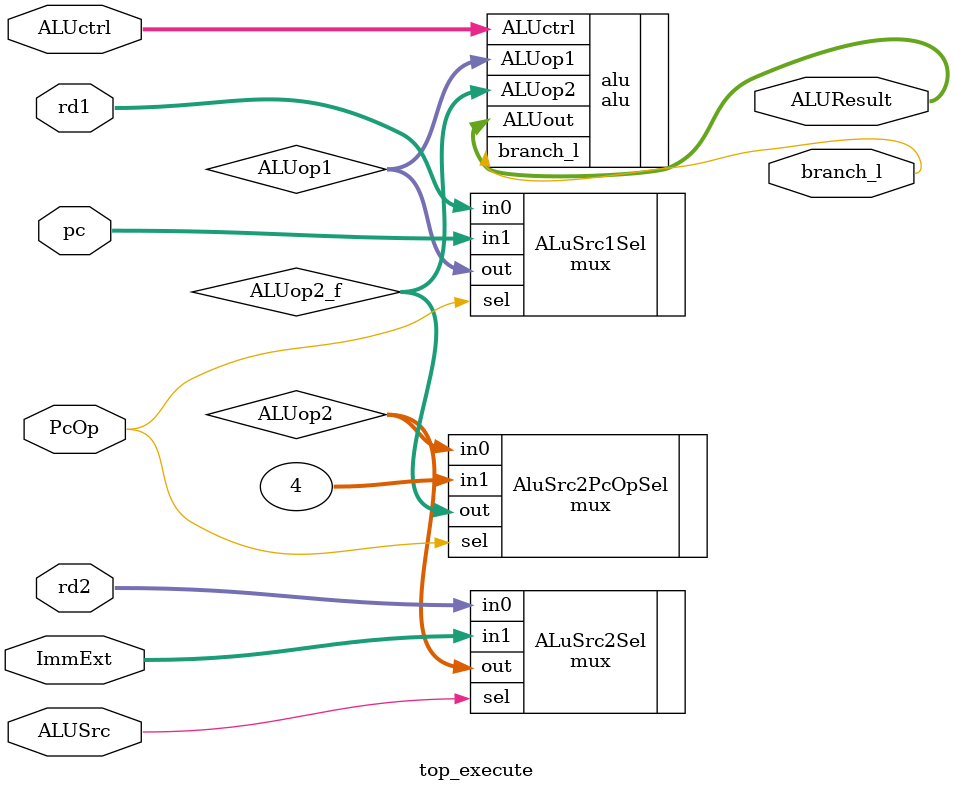
<source format=sv>
`include <./execute/alu.sv>

module top_execute #(
    parameter   DATA_WIDTH = 32
)(
    input  logic [DATA_WIDTH-1:0]  pc,
    input  logic                   PcOp,
    input  logic [2:0]             ALUctrl,
    input  logic                   ALUSrc,
    input  logic [DATA_WIDTH-1:0]  ImmExt,
    input  logic [DATA_WIDTH-1:0]  rd1,
    input  logic [DATA_WIDTH-1:0]  rd2,
    output logic [DATA_WIDTH-1:0]  ALUResult,
    output logic                   branch_l
);

logic [DATA_WIDTH-1:0]  ALUop2;
logic [DATA_WIDTH-1:0]  ALUop1;
logic [DATA_WIDTH-1:0]  ALUop2_f;


mux ALuSrc1Sel (
    .in0        (rd1),
    .in1        (pc), 
    .sel        (PcOp),
    .out        (ALUop1)
);

mux ALuSrc2Sel (
    .in0        (rd2),
    .in1        (ImmExt),
    .sel        (ALUSrc),
    .out        (ALUop2)
);

mux AluSrc2PcOpSel (
    .in0        (ALUop2),
    .in1        (32'd4),
    .sel        (PcOp),
    .out        (ALUop2_f)
);



alu alu(
    .ALUop1     (ALUop1),
    .ALUop2     (ALUop2_f),
    .ALUctrl    (ALUctrl),
    .ALUout     (ALUResult),
    .branch_l   (branch_l)
);

endmodule

</source>
